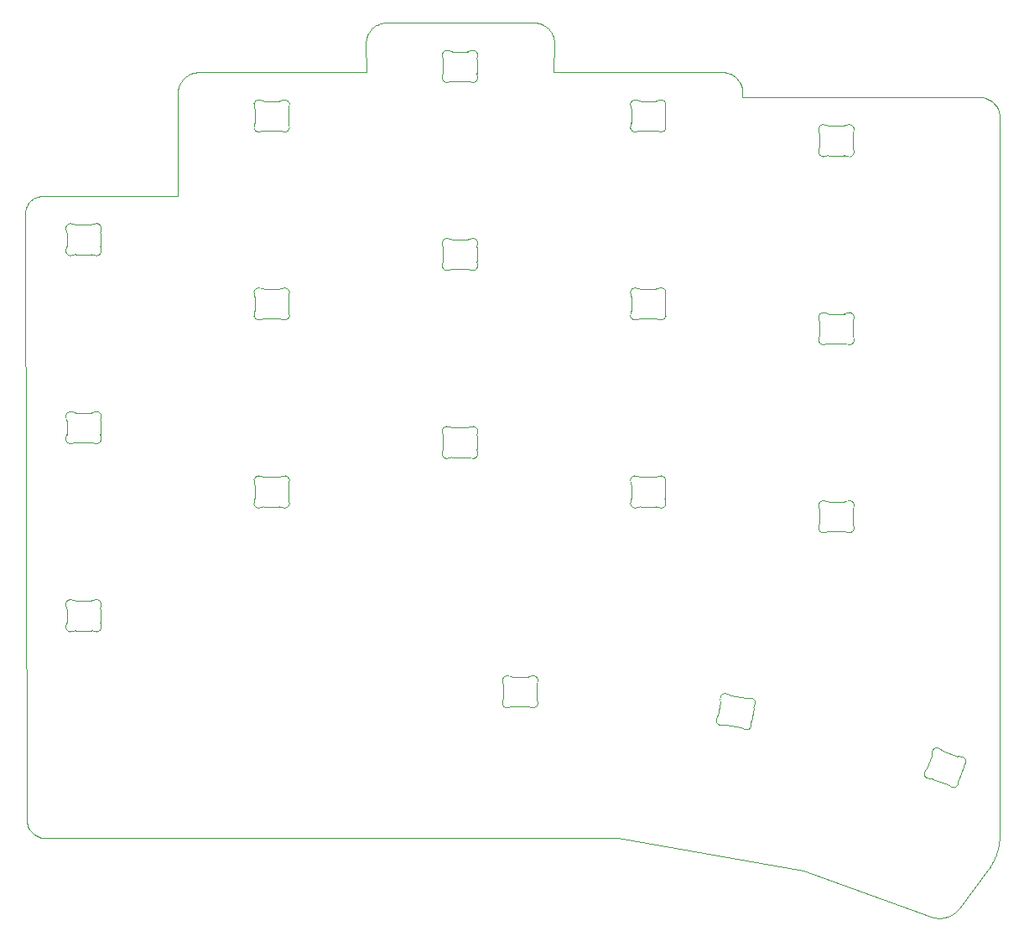
<source format=gbr>
%TF.GenerationSoftware,KiCad,Pcbnew,(5.1.10)-1*%
%TF.CreationDate,2021-11-02T14:07:56-07:00*%
%TF.ProjectId,babykeeb,62616279-6b65-4656-922e-6b696361645f,rev?*%
%TF.SameCoordinates,Original*%
%TF.FileFunction,Profile,NP*%
%FSLAX46Y46*%
G04 Gerber Fmt 4.6, Leading zero omitted, Abs format (unit mm)*
G04 Created by KiCad (PCBNEW (5.1.10)-1) date 2021-11-02 14:07:56*
%MOMM*%
%LPD*%
G01*
G04 APERTURE LIST*
%TA.AperFunction,Profile*%
%ADD10C,0.100000*%
%TD*%
G04 APERTURE END LIST*
D10*
X133697002Y-116711436D02*
X114936562Y-113401816D01*
X153475672Y-40572992D02*
X153480920Y-113059601D01*
X146536382Y-121347985D02*
X133697002Y-116711436D01*
X152309954Y-116603105D02*
X149438604Y-120472650D01*
X127490624Y-38071204D02*
X127481622Y-38537856D01*
X149438604Y-120472650D02*
X149374487Y-120555461D01*
X149374487Y-120555461D02*
X149307490Y-120635046D01*
X149307490Y-120635046D02*
X149237730Y-120711370D01*
X149237730Y-120711370D02*
X149165324Y-120784397D01*
X149165324Y-120784397D02*
X149090387Y-120854092D01*
X149090387Y-120854092D02*
X149013036Y-120920420D01*
X149013036Y-120920420D02*
X148933388Y-120983345D01*
X148933388Y-120983345D02*
X148851559Y-121042834D01*
X148851559Y-121042834D02*
X148767666Y-121098850D01*
X148767666Y-121098850D02*
X148681825Y-121151358D01*
X148681825Y-121151358D02*
X148594154Y-121200323D01*
X148594154Y-121200323D02*
X148504767Y-121245711D01*
X148504767Y-121245711D02*
X148413782Y-121287485D01*
X148413782Y-121287485D02*
X148321316Y-121325612D01*
X148321316Y-121325612D02*
X148132404Y-121390779D01*
X148132404Y-121390779D02*
X147938963Y-121440932D01*
X147938963Y-121440932D02*
X147840836Y-121460291D01*
X147840836Y-121460291D02*
X147741927Y-121475790D01*
X147741927Y-121475790D02*
X147642351Y-121487395D01*
X147642351Y-121487395D02*
X147542226Y-121495071D01*
X147542226Y-121495071D02*
X147441667Y-121498782D01*
X147441667Y-121498782D02*
X147340793Y-121498494D01*
X147340793Y-121498494D02*
X147239718Y-121494171D01*
X147239718Y-121494171D02*
X147138560Y-121485778D01*
X147138560Y-121485778D02*
X147037434Y-121473280D01*
X147037434Y-121473280D02*
X146936459Y-121456642D01*
X146936459Y-121456642D02*
X146835749Y-121435828D01*
X146835749Y-121435828D02*
X146735422Y-121410804D01*
X146735422Y-121410804D02*
X146635594Y-121381535D01*
X146635594Y-121381535D02*
X146536382Y-121347985D01*
X108479887Y-36035956D02*
X125494255Y-36035956D01*
X153480920Y-113059601D02*
X153479727Y-113179142D01*
X153479727Y-113179142D02*
X153476139Y-113298452D01*
X153476139Y-113298452D02*
X153470168Y-113417496D01*
X153470168Y-113417496D02*
X153461824Y-113536241D01*
X153461824Y-113536241D02*
X153451118Y-113654653D01*
X153451118Y-113654653D02*
X153438061Y-113772699D01*
X153438061Y-113772699D02*
X153422665Y-113890345D01*
X153422665Y-113890345D02*
X153404941Y-114007557D01*
X153404941Y-114007557D02*
X153384899Y-114124302D01*
X153384899Y-114124302D02*
X153362552Y-114240546D01*
X153362552Y-114240546D02*
X153337909Y-114356255D01*
X153337909Y-114356255D02*
X153310983Y-114471396D01*
X153310983Y-114471396D02*
X153281784Y-114585935D01*
X153281784Y-114585935D02*
X153250323Y-114699839D01*
X153250323Y-114699839D02*
X153216611Y-114813074D01*
X153216611Y-114813074D02*
X153180660Y-114925606D01*
X153180660Y-114925606D02*
X153142481Y-115037401D01*
X153142481Y-115037401D02*
X153102085Y-115148427D01*
X153102085Y-115148427D02*
X153059482Y-115258649D01*
X153059482Y-115258649D02*
X153014685Y-115368034D01*
X153014685Y-115368034D02*
X152967704Y-115476548D01*
X152967704Y-115476548D02*
X152918550Y-115584157D01*
X152918550Y-115584157D02*
X152867234Y-115690828D01*
X152867234Y-115690828D02*
X152813768Y-115796528D01*
X152813768Y-115796528D02*
X152758162Y-115901222D01*
X152758162Y-115901222D02*
X152700428Y-116004877D01*
X152700428Y-116004877D02*
X152640577Y-116107459D01*
X152640577Y-116107459D02*
X152578620Y-116208935D01*
X152578620Y-116208935D02*
X152514568Y-116309272D01*
X152514568Y-116309272D02*
X152448432Y-116408434D01*
X152448432Y-116408434D02*
X152380224Y-116506390D01*
X152380224Y-116506390D02*
X152309954Y-116603105D01*
X127481622Y-38537856D02*
X151440388Y-38537856D01*
X151440388Y-38537856D02*
X151545118Y-38540504D01*
X151545118Y-38540504D02*
X151648473Y-38548362D01*
X151648473Y-38548362D02*
X151750326Y-38561304D01*
X151750326Y-38561304D02*
X151850548Y-38579201D01*
X151850548Y-38579201D02*
X151949013Y-38601926D01*
X151949013Y-38601926D02*
X152045590Y-38629349D01*
X152045590Y-38629349D02*
X152232576Y-38697783D01*
X152232576Y-38697783D02*
X152410483Y-38783481D01*
X152410483Y-38783481D02*
X152578288Y-38885419D01*
X152578288Y-38885419D02*
X152734967Y-39002574D01*
X152734967Y-39002574D02*
X152879499Y-39133924D01*
X152879499Y-39133924D02*
X153010859Y-39278446D01*
X153010859Y-39278446D02*
X153128026Y-39435117D01*
X153128026Y-39435117D02*
X153229976Y-39602914D01*
X153229976Y-39602914D02*
X153315687Y-39780815D01*
X153315687Y-39780815D02*
X153384134Y-39967796D01*
X153384134Y-39967796D02*
X153411565Y-40064371D01*
X153411565Y-40064371D02*
X153434296Y-40162834D01*
X153434296Y-40162834D02*
X153452200Y-40263055D01*
X153452200Y-40263055D02*
X153465150Y-40364907D01*
X153465150Y-40364907D02*
X153473016Y-40468262D01*
X153473016Y-40468262D02*
X153475672Y-40572992D01*
X57130533Y-113401816D02*
X56937241Y-113392072D01*
X56937241Y-113392072D02*
X56749513Y-113363473D01*
X56749513Y-113363473D02*
X56568297Y-113316964D01*
X56568297Y-113316964D02*
X56394541Y-113253491D01*
X56394541Y-113253491D02*
X56229193Y-113173999D01*
X56229193Y-113173999D02*
X56073201Y-113079435D01*
X56073201Y-113079435D02*
X55927515Y-112970745D01*
X55927515Y-112970745D02*
X55793083Y-112848874D01*
X55793083Y-112848874D02*
X55670853Y-112714768D01*
X55670853Y-112714768D02*
X55561773Y-112569373D01*
X55561773Y-112569373D02*
X55466792Y-112413635D01*
X55466792Y-112413635D02*
X55386858Y-112248500D01*
X55386858Y-112248500D02*
X55322920Y-112074914D01*
X55322920Y-112074914D02*
X55275926Y-111893823D01*
X55275926Y-111893823D02*
X55246824Y-111706172D01*
X55246824Y-111706172D02*
X55236564Y-111512908D01*
X70489772Y-38181971D02*
X70492002Y-38075690D01*
X70492002Y-38075690D02*
X70499467Y-37970114D01*
X70499467Y-37970114D02*
X70512094Y-37865419D01*
X70512094Y-37865419D02*
X70529811Y-37761783D01*
X70529811Y-37761783D02*
X70552545Y-37659381D01*
X70552545Y-37659381D02*
X70580223Y-37558391D01*
X70580223Y-37558391D02*
X70612774Y-37458990D01*
X70612774Y-37458990D02*
X70650123Y-37361353D01*
X70650123Y-37361353D02*
X70692199Y-37265658D01*
X70692199Y-37265658D02*
X70738929Y-37172082D01*
X70738929Y-37172082D02*
X70790241Y-37080801D01*
X70790241Y-37080801D02*
X70846061Y-36991993D01*
X70846061Y-36991993D02*
X70906317Y-36905832D01*
X70906317Y-36905832D02*
X70970937Y-36822498D01*
X70970937Y-36822498D02*
X71039848Y-36742165D01*
X71039848Y-36742165D02*
X71112978Y-36665012D01*
X71112978Y-36665012D02*
X71189848Y-36591585D01*
X71189848Y-36591585D02*
X71269914Y-36522364D01*
X71269914Y-36522364D02*
X71352999Y-36457423D01*
X71352999Y-36457423D02*
X71438926Y-36396835D01*
X71438926Y-36396835D02*
X71527518Y-36340672D01*
X71527518Y-36340672D02*
X71618601Y-36289009D01*
X71618601Y-36289009D02*
X71711996Y-36241918D01*
X71711996Y-36241918D02*
X71807527Y-36199473D01*
X71807527Y-36199473D02*
X71905019Y-36161747D01*
X71905019Y-36161747D02*
X72004294Y-36128813D01*
X72004294Y-36128813D02*
X72105176Y-36100745D01*
X72105176Y-36100745D02*
X72207489Y-36077616D01*
X72207489Y-36077616D02*
X72311057Y-36059499D01*
X72311057Y-36059499D02*
X72415702Y-36046468D01*
X72415702Y-36046468D02*
X72521248Y-36038596D01*
X72521248Y-36038596D02*
X72627520Y-36035956D01*
X89531489Y-36035956D02*
X89501525Y-33087585D01*
X89501525Y-33087585D02*
X89503022Y-32986252D01*
X89503022Y-32986252D02*
X89509535Y-32885564D01*
X89509535Y-32885564D02*
X89520993Y-32785693D01*
X89520993Y-32785693D02*
X89537328Y-32686808D01*
X89537328Y-32686808D02*
X89570824Y-32540702D01*
X89570824Y-32540702D02*
X89614904Y-32397772D01*
X89614904Y-32397772D02*
X89669337Y-32258591D01*
X89669337Y-32258591D02*
X89733889Y-32123735D01*
X89733889Y-32123735D02*
X89808328Y-31993778D01*
X89808328Y-31993778D02*
X89863332Y-31910145D01*
X89863332Y-31910145D02*
X89922557Y-31829114D01*
X89922557Y-31829114D02*
X89985934Y-31750856D01*
X89985934Y-31750856D02*
X90053396Y-31675540D01*
X90053396Y-31675540D02*
X90088637Y-31639040D01*
X106479523Y-31037238D02*
X106580870Y-31039766D01*
X106580870Y-31039766D02*
X106681521Y-31047304D01*
X106681521Y-31047304D02*
X106781305Y-31059781D01*
X106781305Y-31059781D02*
X106880053Y-31077126D01*
X106880053Y-31077126D02*
X106977596Y-31099269D01*
X106977596Y-31099269D02*
X107121279Y-31141323D01*
X107121279Y-31141323D02*
X107261296Y-31193774D01*
X107261296Y-31193774D02*
X107397075Y-31256383D01*
X107397075Y-31256383D02*
X107528044Y-31328912D01*
X107528044Y-31328912D02*
X107612403Y-31382657D01*
X107612403Y-31382657D02*
X107694200Y-31440634D01*
X107694200Y-31440634D02*
X107773265Y-31502772D01*
X107773265Y-31502772D02*
X107849431Y-31569000D01*
X107849431Y-31569000D02*
X107922527Y-31639249D01*
X90088637Y-31639040D02*
X90161707Y-31568816D01*
X90161707Y-31568816D02*
X90237846Y-31502610D01*
X90237846Y-31502610D02*
X90316884Y-31440494D01*
X90316884Y-31440494D02*
X90398652Y-31382537D01*
X90398652Y-31382537D02*
X90526053Y-31303556D01*
X90526053Y-31303556D02*
X90658643Y-31234331D01*
X90658643Y-31234331D02*
X90795851Y-31175102D01*
X90795851Y-31175102D02*
X90937105Y-31126107D01*
X90937105Y-31126107D02*
X91081832Y-31087585D01*
X91081832Y-31087585D02*
X91179965Y-31067839D01*
X91179965Y-31067839D02*
X91279218Y-31052924D01*
X91279218Y-31052924D02*
X91379421Y-31042911D01*
X91379421Y-31042911D02*
X91480407Y-31037871D01*
X91480407Y-31037871D02*
X91531140Y-31037238D01*
X72627520Y-36035956D02*
X89531489Y-36035956D01*
X91531140Y-31037238D02*
X106479523Y-31037238D01*
X108509844Y-33088296D02*
X108479887Y-36035956D01*
X126919713Y-36634469D02*
X126988119Y-36707800D01*
X126988119Y-36707800D02*
X127083121Y-36823355D01*
X127083121Y-36823355D02*
X127168789Y-36945065D01*
X127168789Y-36945065D02*
X127244893Y-37072355D01*
X127244893Y-37072355D02*
X127311206Y-37204649D01*
X127311206Y-37204649D02*
X127367497Y-37341369D01*
X127367497Y-37341369D02*
X127413539Y-37481940D01*
X127413539Y-37481940D02*
X127449101Y-37625786D01*
X127449101Y-37625786D02*
X127473955Y-37772329D01*
X127473955Y-37772329D02*
X127487872Y-37920994D01*
X127487872Y-37920994D02*
X127490961Y-38020997D01*
X127490961Y-38020997D02*
X127490624Y-38071204D01*
X125494255Y-36035956D02*
X125594508Y-36038471D01*
X125594508Y-36038471D02*
X125743527Y-36051568D01*
X125743527Y-36051568D02*
X125890404Y-36075639D01*
X125890404Y-36075639D02*
X126034569Y-36110444D01*
X126034569Y-36110444D02*
X126175448Y-36155743D01*
X126175448Y-36155743D02*
X126312470Y-36211296D01*
X126312470Y-36211296D02*
X126445063Y-36276863D01*
X126445063Y-36276863D02*
X126572656Y-36352204D01*
X126572656Y-36352204D02*
X126694676Y-36437079D01*
X126694676Y-36437079D02*
X126810552Y-36531247D01*
X126810552Y-36531247D02*
X126884107Y-36599070D01*
X126884107Y-36599070D02*
X126919713Y-36634469D01*
X70529749Y-48537838D02*
X70489772Y-38181971D01*
X107922527Y-31639249D02*
X107992028Y-31713054D01*
X107992028Y-31713054D02*
X108057479Y-31789889D01*
X108057479Y-31789889D02*
X108118810Y-31869582D01*
X108118810Y-31869582D02*
X108175953Y-31951964D01*
X108175953Y-31951964D02*
X108228838Y-32036864D01*
X108228838Y-32036864D02*
X108300032Y-32168563D01*
X108300032Y-32168563D02*
X108361258Y-32304972D01*
X108361258Y-32304972D02*
X108412284Y-32445515D01*
X108412284Y-32445515D02*
X108452876Y-32589618D01*
X108452876Y-32589618D02*
X108474027Y-32687380D01*
X108474027Y-32687380D02*
X108490368Y-32786300D01*
X108490368Y-32786300D02*
X108501830Y-32886205D01*
X108501830Y-32886205D02*
X108508345Y-32986927D01*
X108508345Y-32986927D02*
X108509844Y-33088296D01*
X114936562Y-113401816D02*
X57130533Y-113401816D01*
X56956848Y-48522176D02*
X70529749Y-48537838D01*
X55623108Y-49074324D02*
X55725776Y-48978883D01*
X55725776Y-48978883D02*
X55834587Y-48891851D01*
X55834587Y-48891851D02*
X55949017Y-48813446D01*
X55949017Y-48813446D02*
X56068541Y-48743885D01*
X56068541Y-48743885D02*
X56192636Y-48683385D01*
X56192636Y-48683385D02*
X56320776Y-48632162D01*
X56320776Y-48632162D02*
X56452437Y-48590434D01*
X56452437Y-48590434D02*
X56587096Y-48558419D01*
X56587096Y-48558419D02*
X56724226Y-48536332D01*
X56724226Y-48536332D02*
X56863305Y-48524392D01*
X56863305Y-48524392D02*
X56956848Y-48522176D01*
X55236564Y-111512908D02*
X55072993Y-50408904D01*
X55072993Y-50408904D02*
X55077835Y-50268810D01*
X55077835Y-50268810D02*
X55092970Y-50130299D01*
X55092970Y-50130299D02*
X55118183Y-49993895D01*
X55118183Y-49993895D02*
X55153256Y-49860124D01*
X55153256Y-49860124D02*
X55197974Y-49729510D01*
X55197974Y-49729510D02*
X55252120Y-49602577D01*
X55252120Y-49602577D02*
X55315478Y-49479851D01*
X55315478Y-49479851D02*
X55387831Y-49361856D01*
X55387831Y-49361856D02*
X55468964Y-49249117D01*
X55468964Y-49249117D02*
X55558660Y-49142159D01*
X55558660Y-49142159D02*
X55623108Y-49074324D01*
%TO.C,D73*%
X147538381Y-104470604D02*
G75*
G03*
X147752067Y-104621061I384696J319389D01*
G01*
X149245147Y-105164498D02*
G75*
G03*
X149505553Y-105186596I171011J469846D01*
G01*
X149944116Y-106036423D02*
G75*
G03*
X149505553Y-105186596I-349168J357884D01*
G01*
X149944117Y-106036423D02*
G75*
G03*
X149823440Y-106223297I349169J-357884D01*
G01*
X149342667Y-107544208D02*
G75*
G03*
X149314991Y-107764931I469847J-171010D01*
G01*
X148432776Y-108134033D02*
G75*
G03*
X149314991Y-107764931I384694J319389D01*
G01*
X148432775Y-108134032D02*
G75*
G03*
X148219089Y-107983575I-384696J-319390D01*
G01*
X146726006Y-107440139D02*
G75*
G03*
X146465601Y-107418041I-171010J-469845D01*
G01*
X146027037Y-106568215D02*
G75*
G03*
X146465601Y-107418041I349169J-357883D01*
G01*
X146027037Y-106568214D02*
G75*
G03*
X146147714Y-106381340I-349169J357884D01*
G01*
X146628487Y-105060429D02*
G75*
G03*
X146656163Y-104839706I-469847J171010D01*
G01*
X147538379Y-104470605D02*
G75*
G03*
X146656163Y-104839706I-384695J-319388D01*
G01*
X149245148Y-105164498D02*
X147752067Y-104621061D01*
X149342667Y-107544208D02*
X149823440Y-106223297D01*
X146726006Y-107440138D02*
X148219089Y-107983575D01*
X146628487Y-105060429D02*
X146147714Y-106381340D01*
%TO.C,D72*%
X97950876Y-71878189D02*
G75*
G03*
X98203134Y-71946488I252258J431701D01*
G01*
X99792038Y-71946488D02*
G75*
G03*
X100044297Y-71878189I0J500000D01*
G01*
X100747070Y-72526769D02*
G75*
G03*
X100044297Y-71878189I-450515J216879D01*
G01*
X100747070Y-72526768D02*
G75*
G03*
X100697585Y-72743646I450515J-216878D01*
G01*
X100697585Y-74149331D02*
G75*
G03*
X100747070Y-74366208I500000J1D01*
G01*
X100044297Y-75014785D02*
G75*
G03*
X100747070Y-74366208I252258J431700D01*
G01*
X100044297Y-75014786D02*
G75*
G03*
X99792039Y-74946487I-252258J-431701D01*
G01*
X98203133Y-74946488D02*
G75*
G03*
X97950875Y-75014787I1J-499999D01*
G01*
X97248102Y-74366208D02*
G75*
G03*
X97950875Y-75014787I450515J-216878D01*
G01*
X97248102Y-74366208D02*
G75*
G03*
X97297587Y-74149330I-450515J216878D01*
G01*
X97297587Y-72743645D02*
G75*
G03*
X97248102Y-72526768I-500000J-1D01*
G01*
X97950875Y-71878191D02*
G75*
G03*
X97248102Y-72526768I-252258J-431700D01*
G01*
X99792038Y-71946488D02*
X98203134Y-71946488D01*
X100697585Y-74149330D02*
X100697585Y-72743646D01*
X98203134Y-74946487D02*
X99792039Y-74946487D01*
X97297587Y-72743646D02*
X97297587Y-74149330D01*
%TO.C,D71*%
X126087330Y-98911701D02*
G75*
G03*
X126323896Y-99022767I323390J381338D01*
G01*
X127888661Y-99298678D02*
G75*
G03*
X128148948Y-99275220I86824J492405D01*
G01*
X128728418Y-100035983D02*
G75*
G03*
X128148948Y-99275220I-406009J291816D01*
G01*
X128728420Y-100035981D02*
G75*
G03*
X128642026Y-100240971I406010J-291814D01*
G01*
X128397931Y-101625301D02*
G75*
G03*
X128409004Y-101847476I492404J-86823D01*
G01*
X127604284Y-102364165D02*
G75*
G03*
X128409004Y-101847476I323389J381338D01*
G01*
X127604283Y-102364165D02*
G75*
G03*
X127367718Y-102253100I-323389J-381338D01*
G01*
X125802951Y-101977189D02*
G75*
G03*
X125542665Y-102000647I-86823J-492404D01*
G01*
X124963195Y-101239887D02*
G75*
G03*
X125542665Y-102000647I406009J-291814D01*
G01*
X124963194Y-101239886D02*
G75*
G03*
X125049587Y-101034896I-406011J291814D01*
G01*
X125293682Y-99650568D02*
G75*
G03*
X125282609Y-99428392I-492404J86824D01*
G01*
X126087330Y-98911701D02*
G75*
G03*
X125282609Y-99428392I-323390J-381339D01*
G01*
X127888661Y-99298677D02*
X126323896Y-99022767D01*
X128397932Y-101625300D02*
X128642026Y-100240971D01*
X125802952Y-101977189D02*
X127367718Y-102253100D01*
X125293682Y-99650568D02*
X125049587Y-101034896D01*
%TO.C,D70*%
X97950877Y-52878189D02*
G75*
G03*
X98203135Y-52946488I252258J431701D01*
G01*
X99792039Y-52946488D02*
G75*
G03*
X100044298Y-52878189I0J500000D01*
G01*
X100747071Y-53526769D02*
G75*
G03*
X100044298Y-52878189I-450515J216879D01*
G01*
X100747071Y-53526768D02*
G75*
G03*
X100697586Y-53743646I450515J-216878D01*
G01*
X100697586Y-55149331D02*
G75*
G03*
X100747071Y-55366208I500000J1D01*
G01*
X100044298Y-56014785D02*
G75*
G03*
X100747071Y-55366208I252258J431700D01*
G01*
X100044298Y-56014786D02*
G75*
G03*
X99792040Y-55946487I-252258J-431701D01*
G01*
X98203134Y-55946488D02*
G75*
G03*
X97950876Y-56014787I1J-499999D01*
G01*
X97248103Y-55366208D02*
G75*
G03*
X97950876Y-56014787I450515J-216878D01*
G01*
X97248103Y-55366208D02*
G75*
G03*
X97297588Y-55149330I-450515J216878D01*
G01*
X97297588Y-53743645D02*
G75*
G03*
X97248103Y-53526768I-500000J-1D01*
G01*
X97950876Y-52878191D02*
G75*
G03*
X97248103Y-53526768I-252258J-431700D01*
G01*
X99792039Y-52946488D02*
X98203135Y-52946488D01*
X100697586Y-55149330D02*
X100697586Y-53743646D01*
X98203135Y-55946487D02*
X99792040Y-55946487D01*
X97297588Y-53743646D02*
X97297588Y-55149330D01*
%TO.C,D69*%
X97950877Y-33878190D02*
G75*
G03*
X98203135Y-33946489I252258J431701D01*
G01*
X99792039Y-33946489D02*
G75*
G03*
X100044298Y-33878190I0J500000D01*
G01*
X100747071Y-34526770D02*
G75*
G03*
X100044298Y-33878190I-450515J216879D01*
G01*
X100747071Y-34526769D02*
G75*
G03*
X100697586Y-34743647I450515J-216878D01*
G01*
X100697586Y-36149332D02*
G75*
G03*
X100747071Y-36366209I500000J1D01*
G01*
X100044298Y-37014786D02*
G75*
G03*
X100747071Y-36366209I252258J431700D01*
G01*
X100044298Y-37014787D02*
G75*
G03*
X99792040Y-36946488I-252258J-431701D01*
G01*
X98203134Y-36946489D02*
G75*
G03*
X97950876Y-37014788I1J-499999D01*
G01*
X97248103Y-36366209D02*
G75*
G03*
X97950876Y-37014788I450515J-216878D01*
G01*
X97248103Y-36366209D02*
G75*
G03*
X97297588Y-36149331I-450515J216878D01*
G01*
X97297588Y-34743646D02*
G75*
G03*
X97248103Y-34526769I-500000J-1D01*
G01*
X97950876Y-33878192D02*
G75*
G03*
X97248103Y-34526769I-252258J-431700D01*
G01*
X99792039Y-33946489D02*
X98203135Y-33946489D01*
X100697586Y-36149331D02*
X100697586Y-34743647D01*
X98203135Y-36946488D02*
X99792040Y-36946488D01*
X97297588Y-34743647D02*
X97297588Y-36149331D01*
%TO.C,D68*%
X104031883Y-97066106D02*
G75*
G03*
X104284141Y-97134405I252258J431701D01*
G01*
X105873045Y-97134405D02*
G75*
G03*
X106125304Y-97066106I0J500000D01*
G01*
X106828077Y-97714686D02*
G75*
G03*
X106125304Y-97066106I-450515J216879D01*
G01*
X106828077Y-97714685D02*
G75*
G03*
X106778592Y-97931563I450515J-216878D01*
G01*
X106778592Y-99337248D02*
G75*
G03*
X106828077Y-99554125I500000J1D01*
G01*
X106125304Y-100202702D02*
G75*
G03*
X106828077Y-99554125I252258J431700D01*
G01*
X106125304Y-100202703D02*
G75*
G03*
X105873046Y-100134404I-252258J-431701D01*
G01*
X104284140Y-100134405D02*
G75*
G03*
X104031882Y-100202704I1J-499999D01*
G01*
X103329109Y-99554125D02*
G75*
G03*
X104031882Y-100202704I450515J-216878D01*
G01*
X103329109Y-99554125D02*
G75*
G03*
X103378594Y-99337247I-450515J216878D01*
G01*
X103378594Y-97931562D02*
G75*
G03*
X103329109Y-97714685I-500000J-1D01*
G01*
X104031882Y-97066108D02*
G75*
G03*
X103329109Y-97714685I-252258J-431700D01*
G01*
X105873045Y-97134405D02*
X104284141Y-97134405D01*
X106778592Y-99337247D02*
X106778592Y-97931563D01*
X104284141Y-100134404D02*
X105873046Y-100134404D01*
X103378594Y-97931563D02*
X103378594Y-99337247D01*
%TO.C,D67*%
X78950878Y-38878190D02*
G75*
G03*
X79203136Y-38946489I252258J431701D01*
G01*
X80792040Y-38946489D02*
G75*
G03*
X81044299Y-38878190I0J500000D01*
G01*
X81747072Y-39526770D02*
G75*
G03*
X81044299Y-38878190I-450515J216879D01*
G01*
X81747072Y-39526769D02*
G75*
G03*
X81697587Y-39743647I450515J-216878D01*
G01*
X81697587Y-41149332D02*
G75*
G03*
X81747072Y-41366209I500000J1D01*
G01*
X81044299Y-42014786D02*
G75*
G03*
X81747072Y-41366209I252258J431700D01*
G01*
X81044299Y-42014787D02*
G75*
G03*
X80792041Y-41946488I-252258J-431701D01*
G01*
X79203135Y-41946489D02*
G75*
G03*
X78950877Y-42014788I1J-499999D01*
G01*
X78248104Y-41366209D02*
G75*
G03*
X78950877Y-42014788I450515J-216878D01*
G01*
X78248104Y-41366209D02*
G75*
G03*
X78297589Y-41149331I-450515J216878D01*
G01*
X78297589Y-39743646D02*
G75*
G03*
X78248104Y-39526769I-500000J-1D01*
G01*
X78950877Y-38878192D02*
G75*
G03*
X78248104Y-39526769I-252258J-431700D01*
G01*
X80792040Y-38946489D02*
X79203136Y-38946489D01*
X81697587Y-41149331D02*
X81697587Y-39743647D01*
X79203136Y-41946488D02*
X80792041Y-41946488D01*
X78297589Y-39743647D02*
X78297589Y-41149331D01*
%TO.C,D66*%
X135950875Y-79378189D02*
G75*
G03*
X136203133Y-79446488I252258J431701D01*
G01*
X137792037Y-79446488D02*
G75*
G03*
X138044296Y-79378189I0J500000D01*
G01*
X138747069Y-80026769D02*
G75*
G03*
X138044296Y-79378189I-450515J216879D01*
G01*
X138747069Y-80026768D02*
G75*
G03*
X138697584Y-80243646I450515J-216878D01*
G01*
X138697584Y-81649331D02*
G75*
G03*
X138747069Y-81866208I500000J1D01*
G01*
X138044296Y-82514785D02*
G75*
G03*
X138747069Y-81866208I252258J431700D01*
G01*
X138044296Y-82514786D02*
G75*
G03*
X137792038Y-82446487I-252258J-431701D01*
G01*
X136203132Y-82446488D02*
G75*
G03*
X135950874Y-82514787I1J-499999D01*
G01*
X135248101Y-81866208D02*
G75*
G03*
X135950874Y-82514787I450515J-216878D01*
G01*
X135248101Y-81866208D02*
G75*
G03*
X135297586Y-81649330I-450515J216878D01*
G01*
X135297586Y-80243645D02*
G75*
G03*
X135248101Y-80026768I-500000J-1D01*
G01*
X135950874Y-79378191D02*
G75*
G03*
X135248101Y-80026768I-252258J-431700D01*
G01*
X137792037Y-79446488D02*
X136203133Y-79446488D01*
X138697584Y-81649330D02*
X138697584Y-80243646D01*
X136203133Y-82446487D02*
X137792038Y-82446487D01*
X135297586Y-80243646D02*
X135297586Y-81649330D01*
%TO.C,D65*%
X78950878Y-57878189D02*
G75*
G03*
X79203136Y-57946488I252258J431701D01*
G01*
X80792040Y-57946488D02*
G75*
G03*
X81044299Y-57878189I0J500000D01*
G01*
X81747072Y-58526769D02*
G75*
G03*
X81044299Y-57878189I-450515J216879D01*
G01*
X81747072Y-58526768D02*
G75*
G03*
X81697587Y-58743646I450515J-216878D01*
G01*
X81697587Y-60149331D02*
G75*
G03*
X81747072Y-60366208I500000J1D01*
G01*
X81044299Y-61014785D02*
G75*
G03*
X81747072Y-60366208I252258J431700D01*
G01*
X81044299Y-61014786D02*
G75*
G03*
X80792041Y-60946487I-252258J-431701D01*
G01*
X79203135Y-60946488D02*
G75*
G03*
X78950877Y-61014787I1J-499999D01*
G01*
X78248104Y-60366208D02*
G75*
G03*
X78950877Y-61014787I450515J-216878D01*
G01*
X78248104Y-60366208D02*
G75*
G03*
X78297589Y-60149330I-450515J216878D01*
G01*
X78297589Y-58743645D02*
G75*
G03*
X78248104Y-58526768I-500000J-1D01*
G01*
X78950877Y-57878191D02*
G75*
G03*
X78248104Y-58526768I-252258J-431700D01*
G01*
X80792040Y-57946488D02*
X79203136Y-57946488D01*
X81697587Y-60149330D02*
X81697587Y-58743646D01*
X79203136Y-60946487D02*
X80792041Y-60946487D01*
X78297589Y-58743646D02*
X78297589Y-60149330D01*
%TO.C,D64*%
X135950875Y-60378190D02*
G75*
G03*
X136203133Y-60446489I252258J431701D01*
G01*
X137792037Y-60446489D02*
G75*
G03*
X138044296Y-60378190I0J500000D01*
G01*
X138747069Y-61026770D02*
G75*
G03*
X138044296Y-60378190I-450515J216879D01*
G01*
X138747069Y-61026769D02*
G75*
G03*
X138697584Y-61243647I450515J-216878D01*
G01*
X138697584Y-62649332D02*
G75*
G03*
X138747069Y-62866209I500000J1D01*
G01*
X138044296Y-63514786D02*
G75*
G03*
X138747069Y-62866209I252258J431700D01*
G01*
X138044296Y-63514787D02*
G75*
G03*
X137792038Y-63446488I-252258J-431701D01*
G01*
X136203132Y-63446489D02*
G75*
G03*
X135950874Y-63514788I1J-499999D01*
G01*
X135248101Y-62866209D02*
G75*
G03*
X135950874Y-63514788I450515J-216878D01*
G01*
X135248101Y-62866209D02*
G75*
G03*
X135297586Y-62649331I-450515J216878D01*
G01*
X135297586Y-61243646D02*
G75*
G03*
X135248101Y-61026769I-500000J-1D01*
G01*
X135950874Y-60378192D02*
G75*
G03*
X135248101Y-61026769I-252258J-431700D01*
G01*
X137792037Y-60446489D02*
X136203133Y-60446489D01*
X138697584Y-62649331D02*
X138697584Y-61243647D01*
X136203133Y-63446488D02*
X137792038Y-63446488D01*
X135297586Y-61243647D02*
X135297586Y-62649331D01*
%TO.C,D63*%
X78950877Y-76878188D02*
G75*
G03*
X79203135Y-76946487I252258J431701D01*
G01*
X80792039Y-76946487D02*
G75*
G03*
X81044298Y-76878188I0J500000D01*
G01*
X81747071Y-77526768D02*
G75*
G03*
X81044298Y-76878188I-450515J216879D01*
G01*
X81747071Y-77526767D02*
G75*
G03*
X81697586Y-77743645I450515J-216878D01*
G01*
X81697586Y-79149330D02*
G75*
G03*
X81747071Y-79366207I500000J1D01*
G01*
X81044298Y-80014784D02*
G75*
G03*
X81747071Y-79366207I252258J431700D01*
G01*
X81044298Y-80014785D02*
G75*
G03*
X80792040Y-79946486I-252258J-431701D01*
G01*
X79203134Y-79946487D02*
G75*
G03*
X78950876Y-80014786I1J-499999D01*
G01*
X78248103Y-79366207D02*
G75*
G03*
X78950876Y-80014786I450515J-216878D01*
G01*
X78248103Y-79366207D02*
G75*
G03*
X78297588Y-79149329I-450515J216878D01*
G01*
X78297588Y-77743644D02*
G75*
G03*
X78248103Y-77526767I-500000J-1D01*
G01*
X78950876Y-76878190D02*
G75*
G03*
X78248103Y-77526767I-252258J-431700D01*
G01*
X80792039Y-76946487D02*
X79203135Y-76946487D01*
X81697586Y-79149329D02*
X81697586Y-77743645D01*
X79203135Y-79946486D02*
X80792040Y-79946486D01*
X78297588Y-77743645D02*
X78297588Y-79149329D01*
%TO.C,D62*%
X135950875Y-41378191D02*
G75*
G03*
X136203133Y-41446490I252258J431701D01*
G01*
X137792037Y-41446490D02*
G75*
G03*
X138044296Y-41378191I0J500000D01*
G01*
X138747069Y-42026771D02*
G75*
G03*
X138044296Y-41378191I-450515J216879D01*
G01*
X138747069Y-42026770D02*
G75*
G03*
X138697584Y-42243648I450515J-216878D01*
G01*
X138697584Y-43649333D02*
G75*
G03*
X138747069Y-43866210I500000J1D01*
G01*
X138044296Y-44514787D02*
G75*
G03*
X138747069Y-43866210I252258J431700D01*
G01*
X138044296Y-44514788D02*
G75*
G03*
X137792038Y-44446489I-252258J-431701D01*
G01*
X136203132Y-44446490D02*
G75*
G03*
X135950874Y-44514789I1J-499999D01*
G01*
X135248101Y-43866210D02*
G75*
G03*
X135950874Y-44514789I450515J-216878D01*
G01*
X135248101Y-43866210D02*
G75*
G03*
X135297586Y-43649332I-450515J216878D01*
G01*
X135297586Y-42243647D02*
G75*
G03*
X135248101Y-42026770I-500000J-1D01*
G01*
X135950874Y-41378193D02*
G75*
G03*
X135248101Y-42026770I-252258J-431700D01*
G01*
X137792037Y-41446490D02*
X136203133Y-41446490D01*
X138697584Y-43649332D02*
X138697584Y-42243648D01*
X136203133Y-44446489D02*
X137792038Y-44446489D01*
X135297586Y-42243648D02*
X135297586Y-43649332D01*
%TO.C,D61*%
X116950876Y-38878190D02*
G75*
G03*
X117203134Y-38946489I252258J431701D01*
G01*
X118792038Y-38946489D02*
G75*
G03*
X119044297Y-38878190I0J500000D01*
G01*
X119747070Y-39526770D02*
G75*
G03*
X119044297Y-38878190I-450515J216879D01*
G01*
X119747070Y-39526769D02*
G75*
G03*
X119697585Y-39743647I450515J-216878D01*
G01*
X119697585Y-41149332D02*
G75*
G03*
X119747070Y-41366209I500000J1D01*
G01*
X119044297Y-42014786D02*
G75*
G03*
X119747070Y-41366209I252258J431700D01*
G01*
X119044297Y-42014787D02*
G75*
G03*
X118792039Y-41946488I-252258J-431701D01*
G01*
X117203133Y-41946489D02*
G75*
G03*
X116950875Y-42014788I1J-499999D01*
G01*
X116248102Y-41366209D02*
G75*
G03*
X116950875Y-42014788I450515J-216878D01*
G01*
X116248102Y-41366209D02*
G75*
G03*
X116297587Y-41149331I-450515J216878D01*
G01*
X116297587Y-39743646D02*
G75*
G03*
X116248102Y-39526769I-500000J-1D01*
G01*
X116950875Y-38878192D02*
G75*
G03*
X116248102Y-39526769I-252258J-431700D01*
G01*
X118792038Y-38946489D02*
X117203134Y-38946489D01*
X119697585Y-41149331D02*
X119697585Y-39743647D01*
X117203134Y-41946488D02*
X118792039Y-41946488D01*
X116297587Y-39743647D02*
X116297587Y-41149331D01*
%TO.C,D58*%
X59950878Y-89378187D02*
G75*
G03*
X60203136Y-89446486I252258J431701D01*
G01*
X61792040Y-89446486D02*
G75*
G03*
X62044299Y-89378187I0J500000D01*
G01*
X62747072Y-90026767D02*
G75*
G03*
X62044299Y-89378187I-450515J216879D01*
G01*
X62747072Y-90026766D02*
G75*
G03*
X62697587Y-90243644I450515J-216878D01*
G01*
X62697587Y-91649329D02*
G75*
G03*
X62747072Y-91866206I500000J1D01*
G01*
X62044299Y-92514783D02*
G75*
G03*
X62747072Y-91866206I252258J431700D01*
G01*
X62044299Y-92514784D02*
G75*
G03*
X61792041Y-92446485I-252258J-431701D01*
G01*
X60203135Y-92446486D02*
G75*
G03*
X59950877Y-92514785I1J-499999D01*
G01*
X59248104Y-91866206D02*
G75*
G03*
X59950877Y-92514785I450515J-216878D01*
G01*
X59248104Y-91866206D02*
G75*
G03*
X59297589Y-91649328I-450515J216878D01*
G01*
X59297589Y-90243643D02*
G75*
G03*
X59248104Y-90026766I-500000J-1D01*
G01*
X59950877Y-89378189D02*
G75*
G03*
X59248104Y-90026766I-252258J-431700D01*
G01*
X61792040Y-89446486D02*
X60203136Y-89446486D01*
X62697587Y-91649328D02*
X62697587Y-90243644D01*
X60203136Y-92446485D02*
X61792041Y-92446485D01*
X59297589Y-90243644D02*
X59297589Y-91649328D01*
%TO.C,D44*%
X116950876Y-57878189D02*
G75*
G03*
X117203134Y-57946488I252258J431701D01*
G01*
X118792038Y-57946488D02*
G75*
G03*
X119044297Y-57878189I0J500000D01*
G01*
X119747070Y-58526769D02*
G75*
G03*
X119044297Y-57878189I-450515J216879D01*
G01*
X119747070Y-58526768D02*
G75*
G03*
X119697585Y-58743646I450515J-216878D01*
G01*
X119697585Y-60149331D02*
G75*
G03*
X119747070Y-60366208I500000J1D01*
G01*
X119044297Y-61014785D02*
G75*
G03*
X119747070Y-60366208I252258J431700D01*
G01*
X119044297Y-61014786D02*
G75*
G03*
X118792039Y-60946487I-252258J-431701D01*
G01*
X117203133Y-60946488D02*
G75*
G03*
X116950875Y-61014787I1J-499999D01*
G01*
X116248102Y-60366208D02*
G75*
G03*
X116950875Y-61014787I450515J-216878D01*
G01*
X116248102Y-60366208D02*
G75*
G03*
X116297587Y-60149330I-450515J216878D01*
G01*
X116297587Y-58743645D02*
G75*
G03*
X116248102Y-58526768I-500000J-1D01*
G01*
X116950875Y-57878191D02*
G75*
G03*
X116248102Y-58526768I-252258J-431700D01*
G01*
X118792038Y-57946488D02*
X117203134Y-57946488D01*
X119697585Y-60149330D02*
X119697585Y-58743646D01*
X117203134Y-60946487D02*
X118792039Y-60946487D01*
X116297587Y-58743646D02*
X116297587Y-60149330D01*
%TO.C,D40*%
X59950879Y-70378188D02*
G75*
G03*
X60203137Y-70446487I252258J431701D01*
G01*
X61792041Y-70446487D02*
G75*
G03*
X62044300Y-70378188I0J500000D01*
G01*
X62747073Y-71026768D02*
G75*
G03*
X62044300Y-70378188I-450515J216879D01*
G01*
X62747073Y-71026767D02*
G75*
G03*
X62697588Y-71243645I450515J-216878D01*
G01*
X62697588Y-72649330D02*
G75*
G03*
X62747073Y-72866207I500000J1D01*
G01*
X62044300Y-73514784D02*
G75*
G03*
X62747073Y-72866207I252258J431700D01*
G01*
X62044300Y-73514785D02*
G75*
G03*
X61792042Y-73446486I-252258J-431701D01*
G01*
X60203136Y-73446487D02*
G75*
G03*
X59950878Y-73514786I1J-499999D01*
G01*
X59248105Y-72866207D02*
G75*
G03*
X59950878Y-73514786I450515J-216878D01*
G01*
X59248105Y-72866207D02*
G75*
G03*
X59297590Y-72649329I-450515J216878D01*
G01*
X59297590Y-71243644D02*
G75*
G03*
X59248105Y-71026767I-500000J-1D01*
G01*
X59950878Y-70378190D02*
G75*
G03*
X59248105Y-71026767I-252258J-431700D01*
G01*
X61792041Y-70446487D02*
X60203137Y-70446487D01*
X62697588Y-72649329D02*
X62697588Y-71243645D01*
X60203137Y-73446486D02*
X61792042Y-73446486D01*
X59297590Y-71243645D02*
X59297590Y-72649329D01*
%TO.C,D39*%
X116950876Y-76878189D02*
G75*
G03*
X117203134Y-76946488I252258J431701D01*
G01*
X118792038Y-76946488D02*
G75*
G03*
X119044297Y-76878189I0J500000D01*
G01*
X119747070Y-77526769D02*
G75*
G03*
X119044297Y-76878189I-450515J216879D01*
G01*
X119747070Y-77526768D02*
G75*
G03*
X119697585Y-77743646I450515J-216878D01*
G01*
X119697585Y-79149331D02*
G75*
G03*
X119747070Y-79366208I500000J1D01*
G01*
X119044297Y-80014785D02*
G75*
G03*
X119747070Y-79366208I252258J431700D01*
G01*
X119044297Y-80014786D02*
G75*
G03*
X118792039Y-79946487I-252258J-431701D01*
G01*
X117203133Y-79946488D02*
G75*
G03*
X116950875Y-80014787I1J-499999D01*
G01*
X116248102Y-79366208D02*
G75*
G03*
X116950875Y-80014787I450515J-216878D01*
G01*
X116248102Y-79366208D02*
G75*
G03*
X116297587Y-79149330I-450515J216878D01*
G01*
X116297587Y-77743645D02*
G75*
G03*
X116248102Y-77526768I-500000J-1D01*
G01*
X116950875Y-76878191D02*
G75*
G03*
X116248102Y-77526768I-252258J-431700D01*
G01*
X118792038Y-76946488D02*
X117203134Y-76946488D01*
X119697585Y-79149330D02*
X119697585Y-77743646D01*
X117203134Y-79946487D02*
X118792039Y-79946487D01*
X116297587Y-77743646D02*
X116297587Y-79149330D01*
%TO.C,D38*%
X59950879Y-51378189D02*
G75*
G03*
X60203137Y-51446488I252258J431701D01*
G01*
X61792041Y-51446488D02*
G75*
G03*
X62044300Y-51378189I0J500000D01*
G01*
X62747073Y-52026769D02*
G75*
G03*
X62044300Y-51378189I-450515J216879D01*
G01*
X62747073Y-52026768D02*
G75*
G03*
X62697588Y-52243646I450515J-216878D01*
G01*
X62697588Y-53649331D02*
G75*
G03*
X62747073Y-53866208I500000J1D01*
G01*
X62044300Y-54514785D02*
G75*
G03*
X62747073Y-53866208I252258J431700D01*
G01*
X62044300Y-54514786D02*
G75*
G03*
X61792042Y-54446487I-252258J-431701D01*
G01*
X60203136Y-54446488D02*
G75*
G03*
X59950878Y-54514787I1J-499999D01*
G01*
X59248105Y-53866208D02*
G75*
G03*
X59950878Y-54514787I450515J-216878D01*
G01*
X59248105Y-53866208D02*
G75*
G03*
X59297590Y-53649330I-450515J216878D01*
G01*
X59297590Y-52243645D02*
G75*
G03*
X59248105Y-52026768I-500000J-1D01*
G01*
X59950878Y-51378191D02*
G75*
G03*
X59248105Y-52026768I-252258J-431700D01*
G01*
X61792041Y-51446488D02*
X60203137Y-51446488D01*
X62697588Y-53649330D02*
X62697588Y-52243646D01*
X60203137Y-54446487D02*
X61792042Y-54446487D01*
X59297590Y-52243646D02*
X59297590Y-53649330D01*
%TO.C,D48*%
X98203135Y-33946489D02*
X99792039Y-33946489D01*
X97297588Y-36149331D02*
X97297588Y-34743647D01*
X99792039Y-36946488D02*
X98203134Y-36946488D01*
X100697586Y-34743647D02*
X100697586Y-36149331D01*
X100044297Y-33878190D02*
G75*
G02*
X99792039Y-33946489I-252258J431701D01*
G01*
X98203135Y-33946489D02*
G75*
G02*
X97950876Y-33878190I0J500000D01*
G01*
X97248103Y-34526770D02*
G75*
G02*
X97950876Y-33878190I450515J216879D01*
G01*
X97248103Y-34526769D02*
G75*
G02*
X97297588Y-34743647I-450515J-216878D01*
G01*
X97297588Y-36149332D02*
G75*
G02*
X97248103Y-36366209I-500000J1D01*
G01*
X97950876Y-37014786D02*
G75*
G02*
X97248103Y-36366209I-252258J431700D01*
G01*
X97950876Y-37014787D02*
G75*
G02*
X98203134Y-36946488I252258J-431701D01*
G01*
X99792040Y-36946489D02*
G75*
G02*
X100044298Y-37014788I-1J-499999D01*
G01*
X100747071Y-36366209D02*
G75*
G02*
X100044298Y-37014788I-450515J-216878D01*
G01*
X100747071Y-36366209D02*
G75*
G02*
X100697586Y-36149331I450515J216878D01*
G01*
X100697586Y-34743646D02*
G75*
G02*
X100747071Y-34526769I500000J-1D01*
G01*
X100044298Y-33878192D02*
G75*
G02*
X100747071Y-34526769I252258J-431700D01*
G01*
%TO.C,D51*%
X119044296Y-76878189D02*
G75*
G02*
X118792038Y-76946488I-252258J431701D01*
G01*
X117203134Y-76946488D02*
G75*
G02*
X116950875Y-76878189I0J500000D01*
G01*
X116248102Y-77526769D02*
G75*
G02*
X116950875Y-76878189I450515J216879D01*
G01*
X116248102Y-77526768D02*
G75*
G02*
X116297587Y-77743646I-450515J-216878D01*
G01*
X116297587Y-79149331D02*
G75*
G02*
X116248102Y-79366208I-500000J1D01*
G01*
X116950875Y-80014785D02*
G75*
G02*
X116248102Y-79366208I-252258J431700D01*
G01*
X116950875Y-80014786D02*
G75*
G02*
X117203133Y-79946487I252258J-431701D01*
G01*
X118792039Y-79946488D02*
G75*
G02*
X119044297Y-80014787I-1J-499999D01*
G01*
X119747070Y-79366208D02*
G75*
G02*
X119044297Y-80014787I-450515J-216878D01*
G01*
X119747070Y-79366208D02*
G75*
G02*
X119697585Y-79149330I450515J216878D01*
G01*
X119697585Y-77743645D02*
G75*
G02*
X119747070Y-77526768I500000J-1D01*
G01*
X119044297Y-76878191D02*
G75*
G02*
X119747070Y-77526768I252258J-431700D01*
G01*
X117203134Y-76946488D02*
X118792038Y-76946488D01*
X116297587Y-79149330D02*
X116297587Y-77743646D01*
X118792038Y-79946487D02*
X117203133Y-79946487D01*
X119697585Y-77743646D02*
X119697585Y-79149330D01*
%TO.C,D59*%
X126323896Y-99022767D02*
X127888661Y-99298677D01*
X125049587Y-101034896D02*
X125293682Y-99650568D01*
X127367717Y-102253099D02*
X125802951Y-101977189D01*
X128642026Y-100240971D02*
X128397932Y-101625300D01*
X128148947Y-99275220D02*
G75*
G02*
X127888661Y-99298677I-173462J468947D01*
G01*
X126323896Y-99022767D02*
G75*
G02*
X126087330Y-98911701I86824J492404D01*
G01*
X125282609Y-99428392D02*
G75*
G02*
X126087330Y-98911701I481331J135353D01*
G01*
X125282609Y-99428392D02*
G75*
G02*
X125293682Y-99650568I-481331J-135352D01*
G01*
X125049587Y-101034897D02*
G75*
G02*
X124963193Y-101239886I-492404J86825D01*
G01*
X125542665Y-102000647D02*
G75*
G02*
X124963193Y-101239886I-173461J468947D01*
G01*
X125542665Y-102000646D02*
G75*
G02*
X125802951Y-101977189I173462J-468947D01*
G01*
X127367718Y-102253100D02*
G75*
G02*
X127604283Y-102364166I-86825J-492403D01*
G01*
X128409004Y-101847476D02*
G75*
G02*
X127604283Y-102364166I-481331J-135352D01*
G01*
X128409005Y-101847475D02*
G75*
G02*
X128397932Y-101625300I481330J135351D01*
G01*
X128642026Y-100240970D02*
G75*
G02*
X128728420Y-100035981I492404J-86825D01*
G01*
X128148946Y-99275222D02*
G75*
G02*
X128728420Y-100035981I173463J-468946D01*
G01*
%TO.C,D57*%
X104284141Y-97134405D02*
X105873045Y-97134405D01*
X103378594Y-99337247D02*
X103378594Y-97931563D01*
X105873045Y-100134404D02*
X104284140Y-100134404D01*
X106778592Y-97931563D02*
X106778592Y-99337247D01*
X106125303Y-97066106D02*
G75*
G02*
X105873045Y-97134405I-252258J431701D01*
G01*
X104284141Y-97134405D02*
G75*
G02*
X104031882Y-97066106I0J500000D01*
G01*
X103329109Y-97714686D02*
G75*
G02*
X104031882Y-97066106I450515J216879D01*
G01*
X103329109Y-97714685D02*
G75*
G02*
X103378594Y-97931563I-450515J-216878D01*
G01*
X103378594Y-99337248D02*
G75*
G02*
X103329109Y-99554125I-500000J1D01*
G01*
X104031882Y-100202702D02*
G75*
G02*
X103329109Y-99554125I-252258J431700D01*
G01*
X104031882Y-100202703D02*
G75*
G02*
X104284140Y-100134404I252258J-431701D01*
G01*
X105873046Y-100134405D02*
G75*
G02*
X106125304Y-100202704I-1J-499999D01*
G01*
X106828077Y-99554125D02*
G75*
G02*
X106125304Y-100202704I-450515J-216878D01*
G01*
X106828077Y-99554125D02*
G75*
G02*
X106778592Y-99337247I450515J216878D01*
G01*
X106778592Y-97931562D02*
G75*
G02*
X106828077Y-97714685I500000J-1D01*
G01*
X106125304Y-97066108D02*
G75*
G02*
X106828077Y-97714685I252258J-431700D01*
G01*
%TO.C,D60*%
X147752067Y-104621061D02*
X149245148Y-105164498D01*
X146147714Y-106381340D02*
X146628487Y-105060429D01*
X148219088Y-107983575D02*
X146726005Y-107440137D01*
X149823440Y-106223297D02*
X149342667Y-107544208D01*
X149505553Y-105186596D02*
G75*
G02*
X149245148Y-105164498I-89395J491944D01*
G01*
X147752066Y-104621061D02*
G75*
G02*
X147538380Y-104470603I171011J469846D01*
G01*
X146656163Y-104839707D02*
G75*
G02*
X147538380Y-104470603I497522J49715D01*
G01*
X146656163Y-104839705D02*
G75*
G02*
X146628487Y-105060429I-497523J-49714D01*
G01*
X146147714Y-106381341D02*
G75*
G02*
X146027037Y-106568214I-469846J171011D01*
G01*
X146465600Y-107418040D02*
G75*
G02*
X146027037Y-106568214I-89394J491943D01*
G01*
X146465600Y-107418039D02*
G75*
G02*
X146726005Y-107440137I89395J-491945D01*
G01*
X148219089Y-107983576D02*
G75*
G02*
X148432774Y-108134034I-171011J-469845D01*
G01*
X149314991Y-107764931D02*
G75*
G02*
X148432774Y-108134034I-497522J-49714D01*
G01*
X149314991Y-107764931D02*
G75*
G02*
X149342667Y-107544208I497523J49713D01*
G01*
X149823440Y-106223296D02*
G75*
G02*
X149944117Y-106036423I469846J-171011D01*
G01*
X149505553Y-105186597D02*
G75*
G02*
X149944117Y-106036423I89395J-491943D01*
G01*
%TO.C,D56*%
X136203133Y-79446488D02*
X137792037Y-79446488D01*
X135297586Y-81649330D02*
X135297586Y-80243646D01*
X137792037Y-82446487D02*
X136203132Y-82446487D01*
X138697584Y-80243646D02*
X138697584Y-81649330D01*
X138044295Y-79378189D02*
G75*
G02*
X137792037Y-79446488I-252258J431701D01*
G01*
X136203133Y-79446488D02*
G75*
G02*
X135950874Y-79378189I0J500000D01*
G01*
X135248101Y-80026769D02*
G75*
G02*
X135950874Y-79378189I450515J216879D01*
G01*
X135248101Y-80026768D02*
G75*
G02*
X135297586Y-80243646I-450515J-216878D01*
G01*
X135297586Y-81649331D02*
G75*
G02*
X135248101Y-81866208I-500000J1D01*
G01*
X135950874Y-82514785D02*
G75*
G02*
X135248101Y-81866208I-252258J431700D01*
G01*
X135950874Y-82514786D02*
G75*
G02*
X136203132Y-82446487I252258J-431701D01*
G01*
X137792038Y-82446488D02*
G75*
G02*
X138044296Y-82514787I-1J-499999D01*
G01*
X138747069Y-81866208D02*
G75*
G02*
X138044296Y-82514787I-450515J-216878D01*
G01*
X138747069Y-81866208D02*
G75*
G02*
X138697584Y-81649330I450515J216878D01*
G01*
X138697584Y-80243645D02*
G75*
G02*
X138747069Y-80026768I500000J-1D01*
G01*
X138044296Y-79378191D02*
G75*
G02*
X138747069Y-80026768I252258J-431700D01*
G01*
%TO.C,D45*%
X79203135Y-76946487D02*
X80792039Y-76946487D01*
X78297588Y-79149329D02*
X78297588Y-77743645D01*
X80792039Y-79946486D02*
X79203134Y-79946486D01*
X81697586Y-77743645D02*
X81697586Y-79149329D01*
X81044297Y-76878188D02*
G75*
G02*
X80792039Y-76946487I-252258J431701D01*
G01*
X79203135Y-76946487D02*
G75*
G02*
X78950876Y-76878188I0J500000D01*
G01*
X78248103Y-77526768D02*
G75*
G02*
X78950876Y-76878188I450515J216879D01*
G01*
X78248103Y-77526767D02*
G75*
G02*
X78297588Y-77743645I-450515J-216878D01*
G01*
X78297588Y-79149330D02*
G75*
G02*
X78248103Y-79366207I-500000J1D01*
G01*
X78950876Y-80014784D02*
G75*
G02*
X78248103Y-79366207I-252258J431700D01*
G01*
X78950876Y-80014785D02*
G75*
G02*
X79203134Y-79946486I252258J-431701D01*
G01*
X80792040Y-79946487D02*
G75*
G02*
X81044298Y-80014786I-1J-499999D01*
G01*
X81747071Y-79366207D02*
G75*
G02*
X81044298Y-80014786I-450515J-216878D01*
G01*
X81747071Y-79366207D02*
G75*
G02*
X81697586Y-79149329I450515J216878D01*
G01*
X81697586Y-77743644D02*
G75*
G02*
X81747071Y-77526767I500000J-1D01*
G01*
X81044298Y-76878190D02*
G75*
G02*
X81747071Y-77526767I252258J-431700D01*
G01*
%TO.C,D53*%
X117203134Y-38946489D02*
X118792038Y-38946489D01*
X116297587Y-41149331D02*
X116297587Y-39743647D01*
X118792038Y-41946488D02*
X117203133Y-41946488D01*
X119697585Y-39743647D02*
X119697585Y-41149331D01*
X119044296Y-38878190D02*
G75*
G02*
X118792038Y-38946489I-252258J431701D01*
G01*
X117203134Y-38946489D02*
G75*
G02*
X116950875Y-38878190I0J500000D01*
G01*
X116248102Y-39526770D02*
G75*
G02*
X116950875Y-38878190I450515J216879D01*
G01*
X116248102Y-39526769D02*
G75*
G02*
X116297587Y-39743647I-450515J-216878D01*
G01*
X116297587Y-41149332D02*
G75*
G02*
X116248102Y-41366209I-500000J1D01*
G01*
X116950875Y-42014786D02*
G75*
G02*
X116248102Y-41366209I-252258J431700D01*
G01*
X116950875Y-42014787D02*
G75*
G02*
X117203133Y-41946488I252258J-431701D01*
G01*
X118792039Y-41946489D02*
G75*
G02*
X119044297Y-42014788I-1J-499999D01*
G01*
X119747070Y-41366209D02*
G75*
G02*
X119044297Y-42014788I-450515J-216878D01*
G01*
X119747070Y-41366209D02*
G75*
G02*
X119697585Y-41149331I450515J216878D01*
G01*
X119697585Y-39743646D02*
G75*
G02*
X119747070Y-39526769I500000J-1D01*
G01*
X119044297Y-38878192D02*
G75*
G02*
X119747070Y-39526769I252258J-431700D01*
G01*
%TO.C,D52*%
X117203134Y-57946488D02*
X118792038Y-57946488D01*
X116297587Y-60149330D02*
X116297587Y-58743646D01*
X118792038Y-60946487D02*
X117203133Y-60946487D01*
X119697585Y-58743646D02*
X119697585Y-60149330D01*
X119044296Y-57878189D02*
G75*
G02*
X118792038Y-57946488I-252258J431701D01*
G01*
X117203134Y-57946488D02*
G75*
G02*
X116950875Y-57878189I0J500000D01*
G01*
X116248102Y-58526769D02*
G75*
G02*
X116950875Y-57878189I450515J216879D01*
G01*
X116248102Y-58526768D02*
G75*
G02*
X116297587Y-58743646I-450515J-216878D01*
G01*
X116297587Y-60149331D02*
G75*
G02*
X116248102Y-60366208I-500000J1D01*
G01*
X116950875Y-61014785D02*
G75*
G02*
X116248102Y-60366208I-252258J431700D01*
G01*
X116950875Y-61014786D02*
G75*
G02*
X117203133Y-60946487I252258J-431701D01*
G01*
X118792039Y-60946488D02*
G75*
G02*
X119044297Y-61014787I-1J-499999D01*
G01*
X119747070Y-60366208D02*
G75*
G02*
X119044297Y-61014787I-450515J-216878D01*
G01*
X119747070Y-60366208D02*
G75*
G02*
X119697585Y-60149330I450515J216878D01*
G01*
X119697585Y-58743645D02*
G75*
G02*
X119747070Y-58526768I500000J-1D01*
G01*
X119044297Y-57878191D02*
G75*
G02*
X119747070Y-58526768I252258J-431700D01*
G01*
%TO.C,D54*%
X136203133Y-41446490D02*
X137792037Y-41446490D01*
X135297586Y-43649332D02*
X135297586Y-42243648D01*
X137792037Y-44446489D02*
X136203132Y-44446489D01*
X138697584Y-42243648D02*
X138697584Y-43649332D01*
X138044295Y-41378191D02*
G75*
G02*
X137792037Y-41446490I-252258J431701D01*
G01*
X136203133Y-41446490D02*
G75*
G02*
X135950874Y-41378191I0J500000D01*
G01*
X135248101Y-42026771D02*
G75*
G02*
X135950874Y-41378191I450515J216879D01*
G01*
X135248101Y-42026770D02*
G75*
G02*
X135297586Y-42243648I-450515J-216878D01*
G01*
X135297586Y-43649333D02*
G75*
G02*
X135248101Y-43866210I-500000J1D01*
G01*
X135950874Y-44514787D02*
G75*
G02*
X135248101Y-43866210I-252258J431700D01*
G01*
X135950874Y-44514788D02*
G75*
G02*
X136203132Y-44446489I252258J-431701D01*
G01*
X137792038Y-44446490D02*
G75*
G02*
X138044296Y-44514789I-1J-499999D01*
G01*
X138747069Y-43866210D02*
G75*
G02*
X138044296Y-44514789I-450515J-216878D01*
G01*
X138747069Y-43866210D02*
G75*
G02*
X138697584Y-43649332I450515J216878D01*
G01*
X138697584Y-42243647D02*
G75*
G02*
X138747069Y-42026770I500000J-1D01*
G01*
X138044296Y-41378193D02*
G75*
G02*
X138747069Y-42026770I252258J-431700D01*
G01*
%TO.C,D50*%
X98203134Y-71946488D02*
X99792038Y-71946488D01*
X97297587Y-74149330D02*
X97297587Y-72743646D01*
X99792038Y-74946487D02*
X98203133Y-74946487D01*
X100697585Y-72743646D02*
X100697585Y-74149330D01*
X100044296Y-71878189D02*
G75*
G02*
X99792038Y-71946488I-252258J431701D01*
G01*
X98203134Y-71946488D02*
G75*
G02*
X97950875Y-71878189I0J500000D01*
G01*
X97248102Y-72526769D02*
G75*
G02*
X97950875Y-71878189I450515J216879D01*
G01*
X97248102Y-72526768D02*
G75*
G02*
X97297587Y-72743646I-450515J-216878D01*
G01*
X97297587Y-74149331D02*
G75*
G02*
X97248102Y-74366208I-500000J1D01*
G01*
X97950875Y-75014785D02*
G75*
G02*
X97248102Y-74366208I-252258J431700D01*
G01*
X97950875Y-75014786D02*
G75*
G02*
X98203133Y-74946487I252258J-431701D01*
G01*
X99792039Y-74946488D02*
G75*
G02*
X100044297Y-75014787I-1J-499999D01*
G01*
X100747070Y-74366208D02*
G75*
G02*
X100044297Y-75014787I-450515J-216878D01*
G01*
X100747070Y-74366208D02*
G75*
G02*
X100697585Y-74149330I450515J216878D01*
G01*
X100697585Y-72743645D02*
G75*
G02*
X100747070Y-72526768I500000J-1D01*
G01*
X100044297Y-71878191D02*
G75*
G02*
X100747070Y-72526768I252258J-431700D01*
G01*
%TO.C,D43*%
X60203136Y-89446486D02*
X61792040Y-89446486D01*
X59297589Y-91649328D02*
X59297589Y-90243644D01*
X61792040Y-92446485D02*
X60203135Y-92446485D01*
X62697587Y-90243644D02*
X62697587Y-91649328D01*
X62044298Y-89378187D02*
G75*
G02*
X61792040Y-89446486I-252258J431701D01*
G01*
X60203136Y-89446486D02*
G75*
G02*
X59950877Y-89378187I0J500000D01*
G01*
X59248104Y-90026767D02*
G75*
G02*
X59950877Y-89378187I450515J216879D01*
G01*
X59248104Y-90026766D02*
G75*
G02*
X59297589Y-90243644I-450515J-216878D01*
G01*
X59297589Y-91649329D02*
G75*
G02*
X59248104Y-91866206I-500000J1D01*
G01*
X59950877Y-92514783D02*
G75*
G02*
X59248104Y-91866206I-252258J431700D01*
G01*
X59950877Y-92514784D02*
G75*
G02*
X60203135Y-92446485I252258J-431701D01*
G01*
X61792041Y-92446486D02*
G75*
G02*
X62044299Y-92514785I-1J-499999D01*
G01*
X62747072Y-91866206D02*
G75*
G02*
X62044299Y-92514785I-450515J-216878D01*
G01*
X62747072Y-91866206D02*
G75*
G02*
X62697587Y-91649328I450515J216878D01*
G01*
X62697587Y-90243643D02*
G75*
G02*
X62747072Y-90026766I500000J-1D01*
G01*
X62044299Y-89378189D02*
G75*
G02*
X62747072Y-90026766I252258J-431700D01*
G01*
%TO.C,D49*%
X98203135Y-52946488D02*
X99792039Y-52946488D01*
X97297588Y-55149330D02*
X97297588Y-53743646D01*
X99792039Y-55946487D02*
X98203134Y-55946487D01*
X100697586Y-53743646D02*
X100697586Y-55149330D01*
X100044297Y-52878189D02*
G75*
G02*
X99792039Y-52946488I-252258J431701D01*
G01*
X98203135Y-52946488D02*
G75*
G02*
X97950876Y-52878189I0J500000D01*
G01*
X97248103Y-53526769D02*
G75*
G02*
X97950876Y-52878189I450515J216879D01*
G01*
X97248103Y-53526768D02*
G75*
G02*
X97297588Y-53743646I-450515J-216878D01*
G01*
X97297588Y-55149331D02*
G75*
G02*
X97248103Y-55366208I-500000J1D01*
G01*
X97950876Y-56014785D02*
G75*
G02*
X97248103Y-55366208I-252258J431700D01*
G01*
X97950876Y-56014786D02*
G75*
G02*
X98203134Y-55946487I252258J-431701D01*
G01*
X99792040Y-55946488D02*
G75*
G02*
X100044298Y-56014787I-1J-499999D01*
G01*
X100747071Y-55366208D02*
G75*
G02*
X100044298Y-56014787I-450515J-216878D01*
G01*
X100747071Y-55366208D02*
G75*
G02*
X100697586Y-55149330I450515J216878D01*
G01*
X100697586Y-53743645D02*
G75*
G02*
X100747071Y-53526768I500000J-1D01*
G01*
X100044298Y-52878191D02*
G75*
G02*
X100747071Y-53526768I252258J-431700D01*
G01*
%TO.C,D46*%
X79203136Y-57946488D02*
X80792040Y-57946488D01*
X78297589Y-60149330D02*
X78297589Y-58743646D01*
X80792040Y-60946487D02*
X79203135Y-60946487D01*
X81697587Y-58743646D02*
X81697587Y-60149330D01*
X81044298Y-57878189D02*
G75*
G02*
X80792040Y-57946488I-252258J431701D01*
G01*
X79203136Y-57946488D02*
G75*
G02*
X78950877Y-57878189I0J500000D01*
G01*
X78248104Y-58526769D02*
G75*
G02*
X78950877Y-57878189I450515J216879D01*
G01*
X78248104Y-58526768D02*
G75*
G02*
X78297589Y-58743646I-450515J-216878D01*
G01*
X78297589Y-60149331D02*
G75*
G02*
X78248104Y-60366208I-500000J1D01*
G01*
X78950877Y-61014785D02*
G75*
G02*
X78248104Y-60366208I-252258J431700D01*
G01*
X78950877Y-61014786D02*
G75*
G02*
X79203135Y-60946487I252258J-431701D01*
G01*
X80792041Y-60946488D02*
G75*
G02*
X81044299Y-61014787I-1J-499999D01*
G01*
X81747072Y-60366208D02*
G75*
G02*
X81044299Y-61014787I-450515J-216878D01*
G01*
X81747072Y-60366208D02*
G75*
G02*
X81697587Y-60149330I450515J216878D01*
G01*
X81697587Y-58743645D02*
G75*
G02*
X81747072Y-58526768I500000J-1D01*
G01*
X81044299Y-57878191D02*
G75*
G02*
X81747072Y-58526768I252258J-431700D01*
G01*
%TO.C,D42*%
X60203137Y-70446487D02*
X61792041Y-70446487D01*
X59297590Y-72649329D02*
X59297590Y-71243645D01*
X61792041Y-73446486D02*
X60203136Y-73446486D01*
X62697588Y-71243645D02*
X62697588Y-72649329D01*
X62044299Y-70378188D02*
G75*
G02*
X61792041Y-70446487I-252258J431701D01*
G01*
X60203137Y-70446487D02*
G75*
G02*
X59950878Y-70378188I0J500000D01*
G01*
X59248105Y-71026768D02*
G75*
G02*
X59950878Y-70378188I450515J216879D01*
G01*
X59248105Y-71026767D02*
G75*
G02*
X59297590Y-71243645I-450515J-216878D01*
G01*
X59297590Y-72649330D02*
G75*
G02*
X59248105Y-72866207I-500000J1D01*
G01*
X59950878Y-73514784D02*
G75*
G02*
X59248105Y-72866207I-252258J431700D01*
G01*
X59950878Y-73514785D02*
G75*
G02*
X60203136Y-73446486I252258J-431701D01*
G01*
X61792042Y-73446487D02*
G75*
G02*
X62044300Y-73514786I-1J-499999D01*
G01*
X62747073Y-72866207D02*
G75*
G02*
X62044300Y-73514786I-450515J-216878D01*
G01*
X62747073Y-72866207D02*
G75*
G02*
X62697588Y-72649329I450515J216878D01*
G01*
X62697588Y-71243644D02*
G75*
G02*
X62747073Y-71026767I500000J-1D01*
G01*
X62044300Y-70378190D02*
G75*
G02*
X62747073Y-71026767I252258J-431700D01*
G01*
%TO.C,D55*%
X136203133Y-60446489D02*
X137792037Y-60446489D01*
X135297586Y-62649331D02*
X135297586Y-61243647D01*
X137792037Y-63446488D02*
X136203132Y-63446488D01*
X138697584Y-61243647D02*
X138697584Y-62649331D01*
X138044295Y-60378190D02*
G75*
G02*
X137792037Y-60446489I-252258J431701D01*
G01*
X136203133Y-60446489D02*
G75*
G02*
X135950874Y-60378190I0J500000D01*
G01*
X135248101Y-61026770D02*
G75*
G02*
X135950874Y-60378190I450515J216879D01*
G01*
X135248101Y-61026769D02*
G75*
G02*
X135297586Y-61243647I-450515J-216878D01*
G01*
X135297586Y-62649332D02*
G75*
G02*
X135248101Y-62866209I-500000J1D01*
G01*
X135950874Y-63514786D02*
G75*
G02*
X135248101Y-62866209I-252258J431700D01*
G01*
X135950874Y-63514787D02*
G75*
G02*
X136203132Y-63446488I252258J-431701D01*
G01*
X137792038Y-63446489D02*
G75*
G02*
X138044296Y-63514788I-1J-499999D01*
G01*
X138747069Y-62866209D02*
G75*
G02*
X138044296Y-63514788I-450515J-216878D01*
G01*
X138747069Y-62866209D02*
G75*
G02*
X138697584Y-62649331I450515J216878D01*
G01*
X138697584Y-61243646D02*
G75*
G02*
X138747069Y-61026769I500000J-1D01*
G01*
X138044296Y-60378192D02*
G75*
G02*
X138747069Y-61026769I252258J-431700D01*
G01*
%TO.C,D47*%
X79203136Y-38946489D02*
X80792040Y-38946489D01*
X78297589Y-41149331D02*
X78297589Y-39743647D01*
X80792040Y-41946488D02*
X79203135Y-41946488D01*
X81697587Y-39743647D02*
X81697587Y-41149331D01*
X81044298Y-38878190D02*
G75*
G02*
X80792040Y-38946489I-252258J431701D01*
G01*
X79203136Y-38946489D02*
G75*
G02*
X78950877Y-38878190I0J500000D01*
G01*
X78248104Y-39526770D02*
G75*
G02*
X78950877Y-38878190I450515J216879D01*
G01*
X78248104Y-39526769D02*
G75*
G02*
X78297589Y-39743647I-450515J-216878D01*
G01*
X78297589Y-41149332D02*
G75*
G02*
X78248104Y-41366209I-500000J1D01*
G01*
X78950877Y-42014786D02*
G75*
G02*
X78248104Y-41366209I-252258J431700D01*
G01*
X78950877Y-42014787D02*
G75*
G02*
X79203135Y-41946488I252258J-431701D01*
G01*
X80792041Y-41946489D02*
G75*
G02*
X81044299Y-42014788I-1J-499999D01*
G01*
X81747072Y-41366209D02*
G75*
G02*
X81044299Y-42014788I-450515J-216878D01*
G01*
X81747072Y-41366209D02*
G75*
G02*
X81697587Y-41149331I450515J216878D01*
G01*
X81697587Y-39743646D02*
G75*
G02*
X81747072Y-39526769I500000J-1D01*
G01*
X81044299Y-38878192D02*
G75*
G02*
X81747072Y-39526769I252258J-431700D01*
G01*
%TO.C,D41*%
X60203137Y-51446488D02*
X61792041Y-51446488D01*
X59297590Y-53649330D02*
X59297590Y-52243646D01*
X61792041Y-54446487D02*
X60203136Y-54446487D01*
X62697588Y-52243646D02*
X62697588Y-53649330D01*
X62044299Y-51378189D02*
G75*
G02*
X61792041Y-51446488I-252258J431701D01*
G01*
X60203137Y-51446488D02*
G75*
G02*
X59950878Y-51378189I0J500000D01*
G01*
X59248105Y-52026769D02*
G75*
G02*
X59950878Y-51378189I450515J216879D01*
G01*
X59248105Y-52026768D02*
G75*
G02*
X59297590Y-52243646I-450515J-216878D01*
G01*
X59297590Y-53649331D02*
G75*
G02*
X59248105Y-53866208I-500000J1D01*
G01*
X59950878Y-54514785D02*
G75*
G02*
X59248105Y-53866208I-252258J431700D01*
G01*
X59950878Y-54514786D02*
G75*
G02*
X60203136Y-54446487I252258J-431701D01*
G01*
X61792042Y-54446488D02*
G75*
G02*
X62044300Y-54514787I-1J-499999D01*
G01*
X62747073Y-53866208D02*
G75*
G02*
X62044300Y-54514787I-450515J-216878D01*
G01*
X62747073Y-53866208D02*
G75*
G02*
X62697588Y-53649330I450515J216878D01*
G01*
X62697588Y-52243645D02*
G75*
G02*
X62747073Y-52026768I500000J-1D01*
G01*
X62044300Y-51378191D02*
G75*
G02*
X62747073Y-52026768I252258J-431700D01*
G01*
%TD*%
M02*

</source>
